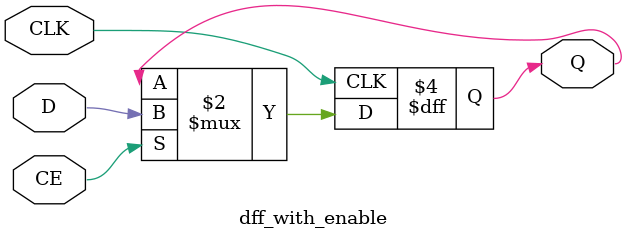
<source format=v>
module dff_with_enable(
    input CLK,
    input D,
    input CE,
    output reg Q
);

always @(posedge CLK)
begin : dff_with_ce
    if(CE)
        Q <= D;
end

endmodule
</source>
